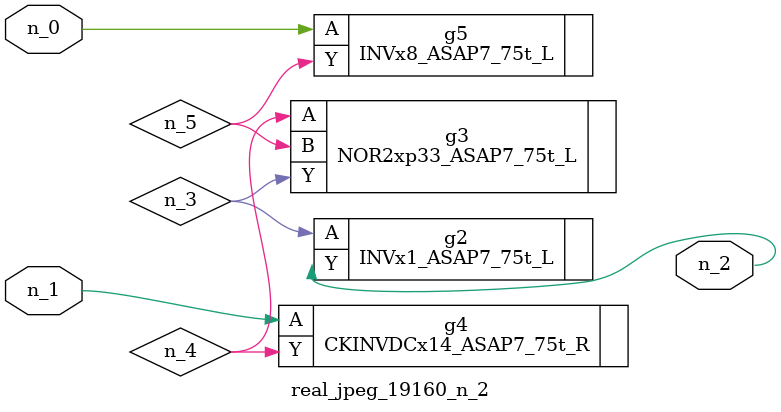
<source format=v>
module real_jpeg_19160_n_2 (n_1, n_0, n_2);

input n_1;
input n_0;

output n_2;

wire n_5;
wire n_4;
wire n_3;

INVx8_ASAP7_75t_L g5 ( 
.A(n_0),
.Y(n_5)
);

CKINVDCx14_ASAP7_75t_R g4 ( 
.A(n_1),
.Y(n_4)
);

INVx1_ASAP7_75t_L g2 ( 
.A(n_3),
.Y(n_2)
);

NOR2xp33_ASAP7_75t_L g3 ( 
.A(n_4),
.B(n_5),
.Y(n_3)
);


endmodule
</source>
